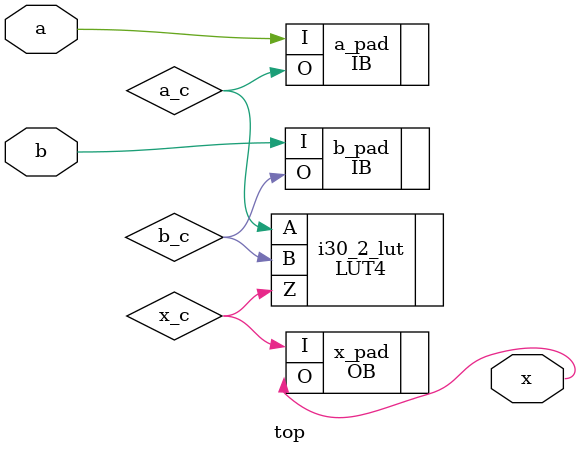
<source format=v>

module top (a, b, x) /* synthesis syn_module_defined=1 */ ;   // c:/users/asus/desktop/contador/contador.v(2[8:11])
    input a;   // c:/users/asus/desktop/contador/contador.v(3[15:16])
    input b;   // c:/users/asus/desktop/contador/contador.v(4[15:16])
    output x;   // c:/users/asus/desktop/contador/contador.v(5[16:17])
    
    
    wire a_c, b_c, x_c, VCC_net, GND_net;
    
    PUR PUR_INST (.PUR(VCC_net));
    defparam PUR_INST.RST_PULSE = 1;
    TSALL TSALL_INST (.TSALL(GND_net));
    LUT4 i30_2_lut (.A(a_c), .B(b_c), .Z(x_c)) /* synthesis lut_function=(!(A (B))) */ ;
    defparam i30_2_lut.init = 16'h7777;
    VLO i31 (.Z(GND_net));
    OB x_pad (.I(x_c), .O(x));   // c:/users/asus/desktop/contador/contador.v(5[16:17])
    IB a_pad (.I(a), .O(a_c));   // c:/users/asus/desktop/contador/contador.v(3[15:16])
    IB b_pad (.I(b), .O(b_c));   // c:/users/asus/desktop/contador/contador.v(4[15:16])
    GSR GSR_INST (.GSR(VCC_net));
    VHI i32 (.Z(VCC_net));
    
endmodule
//
// Verilog Description of module PUR
// module not written out since it is a black-box. 
//

//
// Verilog Description of module TSALL
// module not written out since it is a black-box. 
//


</source>
